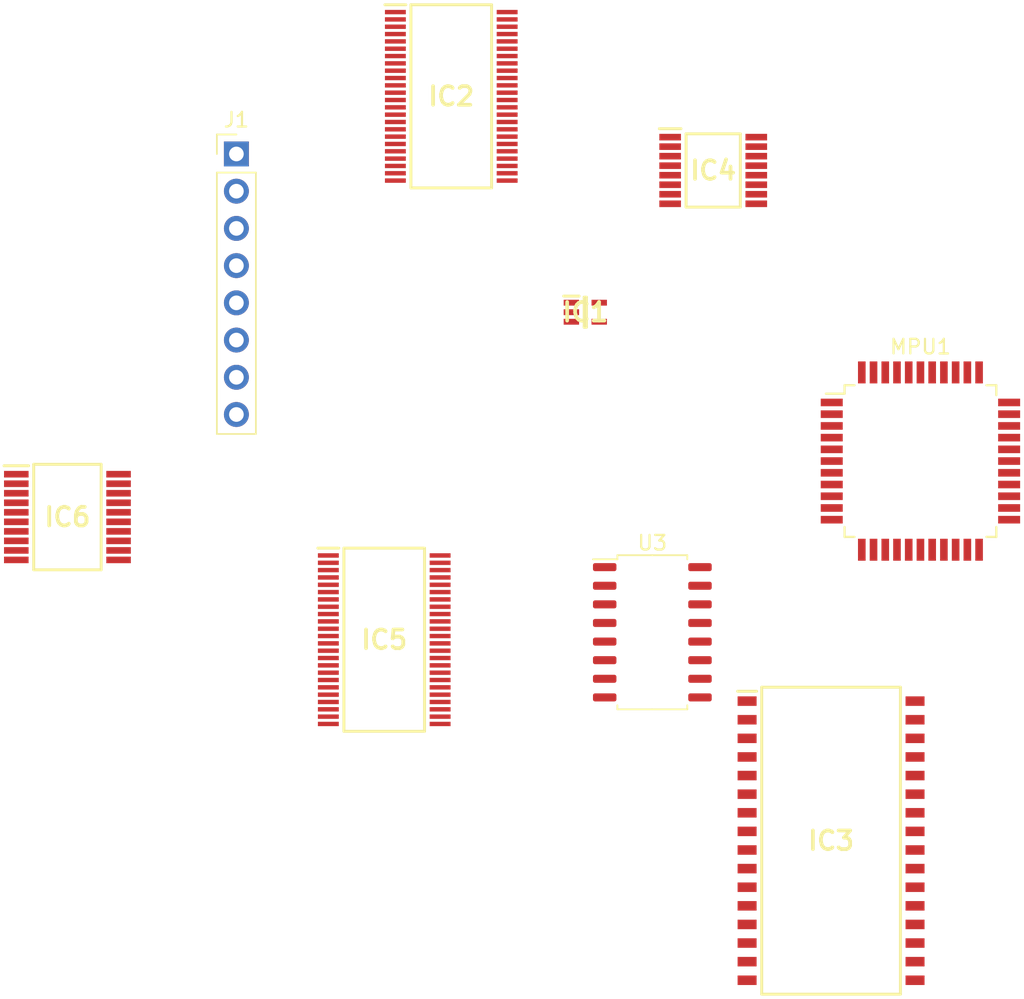
<source format=kicad_pcb>
(kicad_pcb (version 20171130) (host pcbnew "(5.1.10)-1")

  (general
    (thickness 1.6)
    (drawings 0)
    (tracks 0)
    (zones 0)
    (modules 9)
    (nets 229)
  )

  (page A4)
  (layers
    (0 F.Cu signal)
    (31 B.Cu signal hide)
    (32 B.Adhes user)
    (33 F.Adhes user)
    (34 B.Paste user)
    (35 F.Paste user)
    (36 B.SilkS user hide)
    (37 F.SilkS user hide)
    (38 B.Mask user)
    (39 F.Mask user hide)
    (40 Dwgs.User user)
    (41 Cmts.User user)
    (42 Eco1.User user)
    (43 Eco2.User user)
    (44 Edge.Cuts user)
    (45 Margin user)
    (46 B.CrtYd user)
    (47 F.CrtYd user)
    (48 B.Fab user)
    (49 F.Fab user)
  )

  (setup
    (last_trace_width 0.25)
    (trace_clearance 0.2)
    (zone_clearance 0.508)
    (zone_45_only no)
    (trace_min 0.2)
    (via_size 0.8)
    (via_drill 0.4)
    (via_min_size 0.4)
    (via_min_drill 0.3)
    (uvia_size 0.3)
    (uvia_drill 0.1)
    (uvias_allowed no)
    (uvia_min_size 0.2)
    (uvia_min_drill 0.1)
    (edge_width 0.05)
    (segment_width 0.2)
    (pcb_text_width 0.3)
    (pcb_text_size 1.5 1.5)
    (mod_edge_width 0.12)
    (mod_text_size 1 1)
    (mod_text_width 0.15)
    (pad_size 1.524 1.524)
    (pad_drill 0.762)
    (pad_to_mask_clearance 0)
    (aux_axis_origin 0 0)
    (visible_elements 7FFFFFFF)
    (pcbplotparams
      (layerselection 0x010fc_ffffffff)
      (usegerberextensions false)
      (usegerberattributes true)
      (usegerberadvancedattributes true)
      (creategerberjobfile true)
      (excludeedgelayer true)
      (linewidth 0.100000)
      (plotframeref false)
      (viasonmask false)
      (mode 1)
      (useauxorigin false)
      (hpglpennumber 1)
      (hpglpenspeed 20)
      (hpglpendiameter 15.000000)
      (psnegative false)
      (psa4output false)
      (plotreference true)
      (plotvalue true)
      (plotinvisibletext false)
      (padsonsilk false)
      (subtractmaskfromsilk false)
      (outputformat 1)
      (mirror false)
      (drillshape 1)
      (scaleselection 1)
      (outputdirectory ""))
  )

  (net 0 "")
  (net 1 "Net-(IC1-Pad5)")
  (net 2 "Net-(IC1-Pad4)")
  (net 3 "Net-(IC1-Pad3)")
  (net 4 "Net-(IC1-Pad2)")
  (net 5 "Net-(IC1-Pad1)")
  (net 6 "Net-(IC2-Pad48)")
  (net 7 "Net-(IC2-Pad47)")
  (net 8 "Net-(IC2-Pad46)")
  (net 9 "Net-(IC2-Pad45)")
  (net 10 "Net-(IC2-Pad44)")
  (net 11 "Net-(IC2-Pad43)")
  (net 12 "Net-(IC2-Pad42)")
  (net 13 "Net-(IC2-Pad41)")
  (net 14 "Net-(IC2-Pad40)")
  (net 15 "Net-(IC2-Pad39)")
  (net 16 "Net-(IC2-Pad38)")
  (net 17 "Net-(IC2-Pad37)")
  (net 18 "Net-(IC2-Pad36)")
  (net 19 "Net-(IC2-Pad35)")
  (net 20 "Net-(IC2-Pad34)")
  (net 21 "Net-(IC2-Pad33)")
  (net 22 "Net-(IC2-Pad32)")
  (net 23 "Net-(IC2-Pad31)")
  (net 24 "Net-(IC2-Pad30)")
  (net 25 "Net-(IC2-Pad29)")
  (net 26 "Net-(IC2-Pad28)")
  (net 27 "Net-(IC2-Pad27)")
  (net 28 "Net-(IC2-Pad26)")
  (net 29 "Net-(IC2-Pad25)")
  (net 30 "Net-(IC2-Pad24)")
  (net 31 "Net-(IC2-Pad23)")
  (net 32 "Net-(IC2-Pad22)")
  (net 33 "Net-(IC2-Pad21)")
  (net 34 "Net-(IC2-Pad20)")
  (net 35 "Net-(IC2-Pad19)")
  (net 36 "Net-(IC2-Pad18)")
  (net 37 "Net-(IC2-Pad17)")
  (net 38 "Net-(IC2-Pad16)")
  (net 39 "Net-(IC2-Pad15)")
  (net 40 "Net-(IC2-Pad14)")
  (net 41 "Net-(IC2-Pad13)")
  (net 42 "Net-(IC2-Pad12)")
  (net 43 "Net-(IC2-Pad11)")
  (net 44 "Net-(IC2-Pad10)")
  (net 45 "Net-(IC2-Pad9)")
  (net 46 "Net-(IC2-Pad8)")
  (net 47 "Net-(IC2-Pad7)")
  (net 48 "Net-(IC2-Pad6)")
  (net 49 "Net-(IC2-Pad5)")
  (net 50 "Net-(IC2-Pad4)")
  (net 51 "Net-(IC2-Pad3)")
  (net 52 "Net-(IC2-Pad2)")
  (net 53 "Net-(IC2-Pad1)")
  (net 54 "Net-(IC3-Pad32)")
  (net 55 "Net-(IC3-Pad31)")
  (net 56 "Net-(IC3-Pad30)")
  (net 57 "Net-(IC3-Pad29)")
  (net 58 "Net-(IC3-Pad28)")
  (net 59 "Net-(IC3-Pad27)")
  (net 60 "Net-(IC3-Pad26)")
  (net 61 "Net-(IC3-Pad25)")
  (net 62 "Net-(IC3-Pad24)")
  (net 63 "Net-(IC3-Pad23)")
  (net 64 "Net-(IC3-Pad22)")
  (net 65 "Net-(IC3-Pad21)")
  (net 66 "Net-(IC3-Pad20)")
  (net 67 "Net-(IC3-Pad19)")
  (net 68 "Net-(IC3-Pad18)")
  (net 69 "Net-(IC3-Pad17)")
  (net 70 "Net-(IC3-Pad16)")
  (net 71 "Net-(IC3-Pad15)")
  (net 72 "Net-(IC3-Pad14)")
  (net 73 "Net-(IC3-Pad13)")
  (net 74 "Net-(IC3-Pad12)")
  (net 75 "Net-(IC3-Pad11)")
  (net 76 "Net-(IC3-Pad10)")
  (net 77 "Net-(IC3-Pad9)")
  (net 78 "Net-(IC3-Pad8)")
  (net 79 "Net-(IC3-Pad7)")
  (net 80 "Net-(IC3-Pad6)")
  (net 81 "Net-(IC3-Pad5)")
  (net 82 "Net-(IC3-Pad4)")
  (net 83 "Net-(IC3-Pad3)")
  (net 84 "Net-(IC3-Pad2)")
  (net 85 "Net-(IC3-Pad1)")
  (net 86 "Net-(IC4-Pad16)")
  (net 87 "Net-(IC4-Pad15)")
  (net 88 "Net-(IC4-Pad14)")
  (net 89 "Net-(IC4-Pad13)")
  (net 90 "Net-(IC4-Pad12)")
  (net 91 "Net-(IC4-Pad11)")
  (net 92 "Net-(IC4-Pad10)")
  (net 93 "Net-(IC4-Pad9)")
  (net 94 "Net-(IC4-Pad8)")
  (net 95 "Net-(IC4-Pad7)")
  (net 96 "Net-(IC4-Pad6)")
  (net 97 "Net-(IC4-Pad5)")
  (net 98 "Net-(IC4-Pad4)")
  (net 99 "Net-(IC4-Pad3)")
  (net 100 "Net-(IC4-Pad2)")
  (net 101 "Net-(IC4-Pad1)")
  (net 102 "Net-(IC5-Pad48)")
  (net 103 "Net-(IC5-Pad47)")
  (net 104 "Net-(IC5-Pad46)")
  (net 105 "Net-(IC5-Pad45)")
  (net 106 "Net-(IC5-Pad44)")
  (net 107 "Net-(IC5-Pad43)")
  (net 108 "Net-(IC5-Pad42)")
  (net 109 "Net-(IC5-Pad41)")
  (net 110 "Net-(IC5-Pad40)")
  (net 111 "Net-(IC5-Pad39)")
  (net 112 "Net-(IC5-Pad38)")
  (net 113 "Net-(IC5-Pad37)")
  (net 114 "Net-(IC5-Pad36)")
  (net 115 "Net-(IC5-Pad35)")
  (net 116 "Net-(IC5-Pad34)")
  (net 117 "Net-(IC5-Pad33)")
  (net 118 "Net-(IC5-Pad32)")
  (net 119 "Net-(IC5-Pad31)")
  (net 120 "Net-(IC5-Pad30)")
  (net 121 "Net-(IC5-Pad29)")
  (net 122 "Net-(IC5-Pad28)")
  (net 123 "Net-(IC5-Pad27)")
  (net 124 "Net-(IC5-Pad26)")
  (net 125 "Net-(IC5-Pad25)")
  (net 126 "Net-(IC5-Pad24)")
  (net 127 "Net-(IC5-Pad23)")
  (net 128 "Net-(IC5-Pad22)")
  (net 129 "Net-(IC5-Pad21)")
  (net 130 "Net-(IC5-Pad20)")
  (net 131 "Net-(IC5-Pad19)")
  (net 132 "Net-(IC5-Pad18)")
  (net 133 "Net-(IC5-Pad17)")
  (net 134 "Net-(IC5-Pad16)")
  (net 135 "Net-(IC5-Pad15)")
  (net 136 "Net-(IC5-Pad14)")
  (net 137 "Net-(IC5-Pad13)")
  (net 138 "Net-(IC5-Pad12)")
  (net 139 "Net-(IC5-Pad11)")
  (net 140 "Net-(IC5-Pad10)")
  (net 141 "Net-(IC5-Pad9)")
  (net 142 "Net-(IC5-Pad8)")
  (net 143 "Net-(IC5-Pad7)")
  (net 144 "Net-(IC5-Pad6)")
  (net 145 "Net-(IC5-Pad5)")
  (net 146 "Net-(IC5-Pad4)")
  (net 147 "Net-(IC5-Pad3)")
  (net 148 "Net-(IC5-Pad2)")
  (net 149 "Net-(IC5-Pad1)")
  (net 150 "Net-(IC6-Pad20)")
  (net 151 "Net-(IC6-Pad19)")
  (net 152 "Net-(IC6-Pad18)")
  (net 153 "Net-(IC6-Pad17)")
  (net 154 "Net-(IC6-Pad16)")
  (net 155 "Net-(IC6-Pad15)")
  (net 156 "Net-(IC6-Pad14)")
  (net 157 "Net-(IC6-Pad13)")
  (net 158 "Net-(IC6-Pad12)")
  (net 159 "Net-(IC6-Pad11)")
  (net 160 "Net-(IC6-Pad10)")
  (net 161 "Net-(IC6-Pad9)")
  (net 162 "Net-(IC6-Pad8)")
  (net 163 "Net-(IC6-Pad7)")
  (net 164 "Net-(IC6-Pad6)")
  (net 165 "Net-(IC6-Pad5)")
  (net 166 "Net-(IC6-Pad4)")
  (net 167 "Net-(IC6-Pad3)")
  (net 168 "Net-(IC6-Pad2)")
  (net 169 "Net-(IC6-Pad1)")
  (net 170 "Net-(J1-Pad8)")
  (net 171 "Net-(J1-Pad7)")
  (net 172 "Net-(J1-Pad6)")
  (net 173 "Net-(J1-Pad5)")
  (net 174 "Net-(J1-Pad4)")
  (net 175 "Net-(J1-Pad3)")
  (net 176 "Net-(J1-Pad2)")
  (net 177 "Net-(J1-Pad1)")
  (net 178 "Net-(MPU1-Pad44)")
  (net 179 "Net-(MPU1-Pad43)")
  (net 180 "Net-(MPU1-Pad42)")
  (net 181 "Net-(MPU1-Pad41)")
  (net 182 "Net-(MPU1-Pad40)")
  (net 183 "Net-(MPU1-Pad39)")
  (net 184 "Net-(MPU1-Pad38)")
  (net 185 "Net-(MPU1-Pad37)")
  (net 186 "Net-(MPU1-Pad36)")
  (net 187 "Net-(MPU1-Pad35)")
  (net 188 "Net-(MPU1-Pad34)")
  (net 189 "Net-(MPU1-Pad33)")
  (net 190 "Net-(MPU1-Pad32)")
  (net 191 "Net-(MPU1-Pad31)")
  (net 192 /A16)
  (net 193 /A17)
  (net 194 /A18)
  (net 195 /A19)
  (net 196 /A20)
  (net 197 /A21)
  (net 198 /A22)
  (net 199 /A23)
  (net 200 /A15)
  (net 201 /A14)
  (net 202 /A13)
  (net 203 /A12)
  (net 204 "Net-(MPU1-Pad18)")
  (net 205 "Net-(MPU1-Pad17)")
  (net 206 /A11)
  (net 207 /A10)
  (net 208 /A9)
  (net 209 /A8)
  (net 210 /A7)
  (net 211 /A6)
  (net 212 /A5)
  (net 213 /A4)
  (net 214 /A3)
  (net 215 /A2)
  (net 216 "Net-(MPU1-Pad6)")
  (net 217 /A1)
  (net 218 /A0)
  (net 219 "Net-(MPU1-Pad3)")
  (net 220 "Net-(MPU1-Pad2)")
  (net 221 "Net-(MPU1-Pad1)")
  (net 222 /VCC)
  (net 223 "Net-(U3-Pad15)")
  (net 224 "Net-(U3-Pad14)")
  (net 225 "Net-(U3-Pad9)")
  (net 226 /GND)
  (net 227 "Net-(U3-Pad7)")
  (net 228 "Net-(U3-Pad6)")

  (net_class Default "This is the default net class."
    (clearance 0.2)
    (trace_width 0.25)
    (via_dia 0.8)
    (via_drill 0.4)
    (uvia_dia 0.3)
    (uvia_drill 0.1)
    (add_net /A0)
    (add_net /A1)
    (add_net /A10)
    (add_net /A11)
    (add_net /A12)
    (add_net /A13)
    (add_net /A14)
    (add_net /A15)
    (add_net /A16)
    (add_net /A17)
    (add_net /A18)
    (add_net /A19)
    (add_net /A2)
    (add_net /A20)
    (add_net /A21)
    (add_net /A22)
    (add_net /A23)
    (add_net /A3)
    (add_net /A4)
    (add_net /A5)
    (add_net /A6)
    (add_net /A7)
    (add_net /A8)
    (add_net /A9)
    (add_net /GND)
    (add_net /VCC)
    (add_net "Net-(IC1-Pad1)")
    (add_net "Net-(IC1-Pad2)")
    (add_net "Net-(IC1-Pad3)")
    (add_net "Net-(IC1-Pad4)")
    (add_net "Net-(IC1-Pad5)")
    (add_net "Net-(IC2-Pad1)")
    (add_net "Net-(IC2-Pad10)")
    (add_net "Net-(IC2-Pad11)")
    (add_net "Net-(IC2-Pad12)")
    (add_net "Net-(IC2-Pad13)")
    (add_net "Net-(IC2-Pad14)")
    (add_net "Net-(IC2-Pad15)")
    (add_net "Net-(IC2-Pad16)")
    (add_net "Net-(IC2-Pad17)")
    (add_net "Net-(IC2-Pad18)")
    (add_net "Net-(IC2-Pad19)")
    (add_net "Net-(IC2-Pad2)")
    (add_net "Net-(IC2-Pad20)")
    (add_net "Net-(IC2-Pad21)")
    (add_net "Net-(IC2-Pad22)")
    (add_net "Net-(IC2-Pad23)")
    (add_net "Net-(IC2-Pad24)")
    (add_net "Net-(IC2-Pad25)")
    (add_net "Net-(IC2-Pad26)")
    (add_net "Net-(IC2-Pad27)")
    (add_net "Net-(IC2-Pad28)")
    (add_net "Net-(IC2-Pad29)")
    (add_net "Net-(IC2-Pad3)")
    (add_net "Net-(IC2-Pad30)")
    (add_net "Net-(IC2-Pad31)")
    (add_net "Net-(IC2-Pad32)")
    (add_net "Net-(IC2-Pad33)")
    (add_net "Net-(IC2-Pad34)")
    (add_net "Net-(IC2-Pad35)")
    (add_net "Net-(IC2-Pad36)")
    (add_net "Net-(IC2-Pad37)")
    (add_net "Net-(IC2-Pad38)")
    (add_net "Net-(IC2-Pad39)")
    (add_net "Net-(IC2-Pad4)")
    (add_net "Net-(IC2-Pad40)")
    (add_net "Net-(IC2-Pad41)")
    (add_net "Net-(IC2-Pad42)")
    (add_net "Net-(IC2-Pad43)")
    (add_net "Net-(IC2-Pad44)")
    (add_net "Net-(IC2-Pad45)")
    (add_net "Net-(IC2-Pad46)")
    (add_net "Net-(IC2-Pad47)")
    (add_net "Net-(IC2-Pad48)")
    (add_net "Net-(IC2-Pad5)")
    (add_net "Net-(IC2-Pad6)")
    (add_net "Net-(IC2-Pad7)")
    (add_net "Net-(IC2-Pad8)")
    (add_net "Net-(IC2-Pad9)")
    (add_net "Net-(IC3-Pad1)")
    (add_net "Net-(IC3-Pad10)")
    (add_net "Net-(IC3-Pad11)")
    (add_net "Net-(IC3-Pad12)")
    (add_net "Net-(IC3-Pad13)")
    (add_net "Net-(IC3-Pad14)")
    (add_net "Net-(IC3-Pad15)")
    (add_net "Net-(IC3-Pad16)")
    (add_net "Net-(IC3-Pad17)")
    (add_net "Net-(IC3-Pad18)")
    (add_net "Net-(IC3-Pad19)")
    (add_net "Net-(IC3-Pad2)")
    (add_net "Net-(IC3-Pad20)")
    (add_net "Net-(IC3-Pad21)")
    (add_net "Net-(IC3-Pad22)")
    (add_net "Net-(IC3-Pad23)")
    (add_net "Net-(IC3-Pad24)")
    (add_net "Net-(IC3-Pad25)")
    (add_net "Net-(IC3-Pad26)")
    (add_net "Net-(IC3-Pad27)")
    (add_net "Net-(IC3-Pad28)")
    (add_net "Net-(IC3-Pad29)")
    (add_net "Net-(IC3-Pad3)")
    (add_net "Net-(IC3-Pad30)")
    (add_net "Net-(IC3-Pad31)")
    (add_net "Net-(IC3-Pad32)")
    (add_net "Net-(IC3-Pad4)")
    (add_net "Net-(IC3-Pad5)")
    (add_net "Net-(IC3-Pad6)")
    (add_net "Net-(IC3-Pad7)")
    (add_net "Net-(IC3-Pad8)")
    (add_net "Net-(IC3-Pad9)")
    (add_net "Net-(IC4-Pad1)")
    (add_net "Net-(IC4-Pad10)")
    (add_net "Net-(IC4-Pad11)")
    (add_net "Net-(IC4-Pad12)")
    (add_net "Net-(IC4-Pad13)")
    (add_net "Net-(IC4-Pad14)")
    (add_net "Net-(IC4-Pad15)")
    (add_net "Net-(IC4-Pad16)")
    (add_net "Net-(IC4-Pad2)")
    (add_net "Net-(IC4-Pad3)")
    (add_net "Net-(IC4-Pad4)")
    (add_net "Net-(IC4-Pad5)")
    (add_net "Net-(IC4-Pad6)")
    (add_net "Net-(IC4-Pad7)")
    (add_net "Net-(IC4-Pad8)")
    (add_net "Net-(IC4-Pad9)")
    (add_net "Net-(IC5-Pad1)")
    (add_net "Net-(IC5-Pad10)")
    (add_net "Net-(IC5-Pad11)")
    (add_net "Net-(IC5-Pad12)")
    (add_net "Net-(IC5-Pad13)")
    (add_net "Net-(IC5-Pad14)")
    (add_net "Net-(IC5-Pad15)")
    (add_net "Net-(IC5-Pad16)")
    (add_net "Net-(IC5-Pad17)")
    (add_net "Net-(IC5-Pad18)")
    (add_net "Net-(IC5-Pad19)")
    (add_net "Net-(IC5-Pad2)")
    (add_net "Net-(IC5-Pad20)")
    (add_net "Net-(IC5-Pad21)")
    (add_net "Net-(IC5-Pad22)")
    (add_net "Net-(IC5-Pad23)")
    (add_net "Net-(IC5-Pad24)")
    (add_net "Net-(IC5-Pad25)")
    (add_net "Net-(IC5-Pad26)")
    (add_net "Net-(IC5-Pad27)")
    (add_net "Net-(IC5-Pad28)")
    (add_net "Net-(IC5-Pad29)")
    (add_net "Net-(IC5-Pad3)")
    (add_net "Net-(IC5-Pad30)")
    (add_net "Net-(IC5-Pad31)")
    (add_net "Net-(IC5-Pad32)")
    (add_net "Net-(IC5-Pad33)")
    (add_net "Net-(IC5-Pad34)")
    (add_net "Net-(IC5-Pad35)")
    (add_net "Net-(IC5-Pad36)")
    (add_net "Net-(IC5-Pad37)")
    (add_net "Net-(IC5-Pad38)")
    (add_net "Net-(IC5-Pad39)")
    (add_net "Net-(IC5-Pad4)")
    (add_net "Net-(IC5-Pad40)")
    (add_net "Net-(IC5-Pad41)")
    (add_net "Net-(IC5-Pad42)")
    (add_net "Net-(IC5-Pad43)")
    (add_net "Net-(IC5-Pad44)")
    (add_net "Net-(IC5-Pad45)")
    (add_net "Net-(IC5-Pad46)")
    (add_net "Net-(IC5-Pad47)")
    (add_net "Net-(IC5-Pad48)")
    (add_net "Net-(IC5-Pad5)")
    (add_net "Net-(IC5-Pad6)")
    (add_net "Net-(IC5-Pad7)")
    (add_net "Net-(IC5-Pad8)")
    (add_net "Net-(IC5-Pad9)")
    (add_net "Net-(IC6-Pad1)")
    (add_net "Net-(IC6-Pad10)")
    (add_net "Net-(IC6-Pad11)")
    (add_net "Net-(IC6-Pad12)")
    (add_net "Net-(IC6-Pad13)")
    (add_net "Net-(IC6-Pad14)")
    (add_net "Net-(IC6-Pad15)")
    (add_net "Net-(IC6-Pad16)")
    (add_net "Net-(IC6-Pad17)")
    (add_net "Net-(IC6-Pad18)")
    (add_net "Net-(IC6-Pad19)")
    (add_net "Net-(IC6-Pad2)")
    (add_net "Net-(IC6-Pad20)")
    (add_net "Net-(IC6-Pad3)")
    (add_net "Net-(IC6-Pad4)")
    (add_net "Net-(IC6-Pad5)")
    (add_net "Net-(IC6-Pad6)")
    (add_net "Net-(IC6-Pad7)")
    (add_net "Net-(IC6-Pad8)")
    (add_net "Net-(IC6-Pad9)")
    (add_net "Net-(J1-Pad1)")
    (add_net "Net-(J1-Pad2)")
    (add_net "Net-(J1-Pad3)")
    (add_net "Net-(J1-Pad4)")
    (add_net "Net-(J1-Pad5)")
    (add_net "Net-(J1-Pad6)")
    (add_net "Net-(J1-Pad7)")
    (add_net "Net-(J1-Pad8)")
    (add_net "Net-(MPU1-Pad1)")
    (add_net "Net-(MPU1-Pad17)")
    (add_net "Net-(MPU1-Pad18)")
    (add_net "Net-(MPU1-Pad2)")
    (add_net "Net-(MPU1-Pad3)")
    (add_net "Net-(MPU1-Pad31)")
    (add_net "Net-(MPU1-Pad32)")
    (add_net "Net-(MPU1-Pad33)")
    (add_net "Net-(MPU1-Pad34)")
    (add_net "Net-(MPU1-Pad35)")
    (add_net "Net-(MPU1-Pad36)")
    (add_net "Net-(MPU1-Pad37)")
    (add_net "Net-(MPU1-Pad38)")
    (add_net "Net-(MPU1-Pad39)")
    (add_net "Net-(MPU1-Pad40)")
    (add_net "Net-(MPU1-Pad41)")
    (add_net "Net-(MPU1-Pad42)")
    (add_net "Net-(MPU1-Pad43)")
    (add_net "Net-(MPU1-Pad44)")
    (add_net "Net-(MPU1-Pad6)")
    (add_net "Net-(U3-Pad14)")
    (add_net "Net-(U3-Pad15)")
    (add_net "Net-(U3-Pad6)")
    (add_net "Net-(U3-Pad7)")
    (add_net "Net-(U3-Pad9)")
  )

  (module Package_SO:SOIC-16_4.55x10.3mm_P1.27mm (layer F.Cu) (tedit 5D9F72B1) (tstamp 61303A98)
    (at 179.324 98.552)
    (descr "SOIC, 16 Pin (https://toshiba.semicon-storage.com/info/docget.jsp?did=12858&prodName=TLP291-4), generated with kicad-footprint-generator ipc_gullwing_generator.py")
    (tags "SOIC SO")
    (path /6106D306)
    (attr smd)
    (fp_text reference U3 (at 0 -6.1) (layer F.SilkS)
      (effects (font (size 1 1) (thickness 0.15)))
    )
    (fp_text value 74LS148 (at 0 6.1) (layer F.Fab)
      (effects (font (size 1 1) (thickness 0.15)))
    )
    (fp_line (start 4.3 -5.4) (end -4.3 -5.4) (layer F.CrtYd) (width 0.05))
    (fp_line (start 4.3 5.4) (end 4.3 -5.4) (layer F.CrtYd) (width 0.05))
    (fp_line (start -4.3 5.4) (end 4.3 5.4) (layer F.CrtYd) (width 0.05))
    (fp_line (start -4.3 -5.4) (end -4.3 5.4) (layer F.CrtYd) (width 0.05))
    (fp_line (start -2.275 -4.15) (end -1.275 -5.15) (layer F.Fab) (width 0.1))
    (fp_line (start -2.275 5.15) (end -2.275 -4.15) (layer F.Fab) (width 0.1))
    (fp_line (start 2.275 5.15) (end -2.275 5.15) (layer F.Fab) (width 0.1))
    (fp_line (start 2.275 -5.15) (end 2.275 5.15) (layer F.Fab) (width 0.1))
    (fp_line (start -1.275 -5.15) (end 2.275 -5.15) (layer F.Fab) (width 0.1))
    (fp_line (start -2.385 -4.98) (end -4.05 -4.98) (layer F.SilkS) (width 0.12))
    (fp_line (start -2.385 -5.26) (end -2.385 -4.98) (layer F.SilkS) (width 0.12))
    (fp_line (start 0 -5.26) (end -2.385 -5.26) (layer F.SilkS) (width 0.12))
    (fp_line (start 2.385 -5.26) (end 2.385 -4.98) (layer F.SilkS) (width 0.12))
    (fp_line (start 0 -5.26) (end 2.385 -5.26) (layer F.SilkS) (width 0.12))
    (fp_line (start -2.385 5.26) (end -2.385 4.98) (layer F.SilkS) (width 0.12))
    (fp_line (start 0 5.26) (end -2.385 5.26) (layer F.SilkS) (width 0.12))
    (fp_line (start 2.385 5.26) (end 2.385 4.98) (layer F.SilkS) (width 0.12))
    (fp_line (start 0 5.26) (end 2.385 5.26) (layer F.SilkS) (width 0.12))
    (fp_text user %R (at 0 0) (layer F.Fab)
      (effects (font (size 1 1) (thickness 0.15)))
    )
    (pad 16 smd roundrect (at 3.25 -4.445) (size 1.6 0.55) (layers F.Cu F.Paste F.Mask) (roundrect_rratio 0.25)
      (net 222 /VCC))
    (pad 15 smd roundrect (at 3.25 -3.175) (size 1.6 0.55) (layers F.Cu F.Paste F.Mask) (roundrect_rratio 0.25)
      (net 223 "Net-(U3-Pad15)"))
    (pad 14 smd roundrect (at 3.25 -1.905) (size 1.6 0.55) (layers F.Cu F.Paste F.Mask) (roundrect_rratio 0.25)
      (net 224 "Net-(U3-Pad14)"))
    (pad 13 smd roundrect (at 3.25 -0.635) (size 1.6 0.55) (layers F.Cu F.Paste F.Mask) (roundrect_rratio 0.25)
      (net 174 "Net-(J1-Pad4)"))
    (pad 12 smd roundrect (at 3.25 0.635) (size 1.6 0.55) (layers F.Cu F.Paste F.Mask) (roundrect_rratio 0.25)
      (net 175 "Net-(J1-Pad3)"))
    (pad 11 smd roundrect (at 3.25 1.905) (size 1.6 0.55) (layers F.Cu F.Paste F.Mask) (roundrect_rratio 0.25)
      (net 176 "Net-(J1-Pad2)"))
    (pad 10 smd roundrect (at 3.25 3.175) (size 1.6 0.55) (layers F.Cu F.Paste F.Mask) (roundrect_rratio 0.25)
      (net 177 "Net-(J1-Pad1)"))
    (pad 9 smd roundrect (at 3.25 4.445) (size 1.6 0.55) (layers F.Cu F.Paste F.Mask) (roundrect_rratio 0.25)
      (net 225 "Net-(U3-Pad9)"))
    (pad 8 smd roundrect (at -3.25 4.445) (size 1.6 0.55) (layers F.Cu F.Paste F.Mask) (roundrect_rratio 0.25)
      (net 226 /GND))
    (pad 7 smd roundrect (at -3.25 3.175) (size 1.6 0.55) (layers F.Cu F.Paste F.Mask) (roundrect_rratio 0.25)
      (net 227 "Net-(U3-Pad7)"))
    (pad 6 smd roundrect (at -3.25 1.905) (size 1.6 0.55) (layers F.Cu F.Paste F.Mask) (roundrect_rratio 0.25)
      (net 228 "Net-(U3-Pad6)"))
    (pad 5 smd roundrect (at -3.25 0.635) (size 1.6 0.55) (layers F.Cu F.Paste F.Mask) (roundrect_rratio 0.25)
      (net 226 /GND))
    (pad 4 smd roundrect (at -3.25 -0.635) (size 1.6 0.55) (layers F.Cu F.Paste F.Mask) (roundrect_rratio 0.25)
      (net 170 "Net-(J1-Pad8)"))
    (pad 3 smd roundrect (at -3.25 -1.905) (size 1.6 0.55) (layers F.Cu F.Paste F.Mask) (roundrect_rratio 0.25)
      (net 171 "Net-(J1-Pad7)"))
    (pad 2 smd roundrect (at -3.25 -3.175) (size 1.6 0.55) (layers F.Cu F.Paste F.Mask) (roundrect_rratio 0.25)
      (net 172 "Net-(J1-Pad6)"))
    (pad 1 smd roundrect (at -3.25 -4.445) (size 1.6 0.55) (layers F.Cu F.Paste F.Mask) (roundrect_rratio 0.25)
      (net 173 "Net-(J1-Pad5)"))
    (model ${KISYS3DMOD}/Package_SO.3dshapes/SOIC-16_4.55x10.3mm_P1.27mm.wrl
      (at (xyz 0 0 0))
      (scale (xyz 1 1 1))
      (rotate (xyz 0 0 0))
    )
  )

  (module Package_QFP:PQFP-44_10x10mm_P0.8mm (layer F.Cu) (tedit 5A02F146) (tstamp 61303A71)
    (at 197.612 86.868)
    (descr "44-Lead Plastic Quad Flatpack - 10x10x2.5mm Body (http://www.onsemi.com/pub/Collateral/122BK.PDF)")
    (tags "PQFP 0.8")
    (path /610688E3)
    (attr smd)
    (fp_text reference MPU1 (at 0 -7.8) (layer F.SilkS)
      (effects (font (size 1 1) (thickness 0.15)))
    )
    (fp_text value W65C816SxQ (at 0 7.8) (layer F.Fab)
      (effects (font (size 1 1) (thickness 0.15)))
    )
    (fp_line (start -5.175 -4.6) (end -6.45 -4.6) (layer F.SilkS) (width 0.15))
    (fp_line (start 5.175 -5.175) (end 4.5 -5.175) (layer F.SilkS) (width 0.15))
    (fp_line (start 5.175 5.175) (end 4.5 5.175) (layer F.SilkS) (width 0.15))
    (fp_line (start -5.175 5.175) (end -4.5 5.175) (layer F.SilkS) (width 0.15))
    (fp_line (start -5.175 -5.175) (end -4.5 -5.175) (layer F.SilkS) (width 0.15))
    (fp_line (start -5.175 5.175) (end -5.175 4.5) (layer F.SilkS) (width 0.15))
    (fp_line (start 5.175 5.175) (end 5.175 4.5) (layer F.SilkS) (width 0.15))
    (fp_line (start 5.175 -5.175) (end 5.175 -4.5) (layer F.SilkS) (width 0.15))
    (fp_line (start -5.175 -5.175) (end -5.175 -4.6) (layer F.SilkS) (width 0.15))
    (fp_line (start -7.05 7.05) (end 7.05 7.05) (layer F.CrtYd) (width 0.05))
    (fp_line (start -7.05 -7.05) (end 7.05 -7.05) (layer F.CrtYd) (width 0.05))
    (fp_line (start 7.05 -7.05) (end 7.05 7.05) (layer F.CrtYd) (width 0.05))
    (fp_line (start -7.05 -7.05) (end -7.05 7.05) (layer F.CrtYd) (width 0.05))
    (fp_line (start -5 -4) (end -4 -5) (layer F.Fab) (width 0.15))
    (fp_line (start -5 5) (end -5 -4) (layer F.Fab) (width 0.15))
    (fp_line (start 5 5) (end -5 5) (layer F.Fab) (width 0.15))
    (fp_line (start 5 -5) (end 5 5) (layer F.Fab) (width 0.15))
    (fp_line (start -4 -5) (end 5 -5) (layer F.Fab) (width 0.15))
    (fp_text user %R (at 0 0) (layer F.Fab)
      (effects (font (size 1 1) (thickness 0.15)))
    )
    (pad 44 smd rect (at -4 -6.05) (size 0.52 1.5) (layers F.Cu F.Paste F.Mask)
      (net 178 "Net-(MPU1-Pad44)"))
    (pad 43 smd rect (at -3.2 -6.05) (size 0.52 1.5) (layers F.Cu F.Paste F.Mask)
      (net 179 "Net-(MPU1-Pad43)"))
    (pad 42 smd rect (at -2.4 -6.05) (size 0.52 1.5) (layers F.Cu F.Paste F.Mask)
      (net 180 "Net-(MPU1-Pad42)"))
    (pad 41 smd rect (at -1.6 -6.05) (size 0.52 1.5) (layers F.Cu F.Paste F.Mask)
      (net 181 "Net-(MPU1-Pad41)"))
    (pad 40 smd rect (at -0.8 -6.05) (size 0.52 1.5) (layers F.Cu F.Paste F.Mask)
      (net 182 "Net-(MPU1-Pad40)"))
    (pad 39 smd rect (at 0 -6.05) (size 0.52 1.5) (layers F.Cu F.Paste F.Mask)
      (net 183 "Net-(MPU1-Pad39)"))
    (pad 38 smd rect (at 0.8 -6.05) (size 0.52 1.5) (layers F.Cu F.Paste F.Mask)
      (net 184 "Net-(MPU1-Pad38)"))
    (pad 37 smd rect (at 1.6 -6.05) (size 0.52 1.5) (layers F.Cu F.Paste F.Mask)
      (net 185 "Net-(MPU1-Pad37)"))
    (pad 36 smd rect (at 2.4 -6.05) (size 0.52 1.5) (layers F.Cu F.Paste F.Mask)
      (net 186 "Net-(MPU1-Pad36)"))
    (pad 35 smd rect (at 3.2 -6.05) (size 0.52 1.5) (layers F.Cu F.Paste F.Mask)
      (net 187 "Net-(MPU1-Pad35)"))
    (pad 34 smd rect (at 4 -6.05) (size 0.52 1.5) (layers F.Cu F.Paste F.Mask)
      (net 188 "Net-(MPU1-Pad34)"))
    (pad 33 smd rect (at 6.05 -4) (size 1.5 0.52) (layers F.Cu F.Paste F.Mask)
      (net 189 "Net-(MPU1-Pad33)"))
    (pad 32 smd rect (at 6.05 -3.2) (size 1.5 0.52) (layers F.Cu F.Paste F.Mask)
      (net 190 "Net-(MPU1-Pad32)"))
    (pad 31 smd rect (at 6.05 -2.4) (size 1.5 0.52) (layers F.Cu F.Paste F.Mask)
      (net 191 "Net-(MPU1-Pad31)"))
    (pad 30 smd rect (at 6.05 -1.6) (size 1.5 0.52) (layers F.Cu F.Paste F.Mask)
      (net 192 /A16))
    (pad 29 smd rect (at 6.05 -0.8) (size 1.5 0.52) (layers F.Cu F.Paste F.Mask)
      (net 193 /A17))
    (pad 28 smd rect (at 6.05 0) (size 1.5 0.52) (layers F.Cu F.Paste F.Mask)
      (net 194 /A18))
    (pad 27 smd rect (at 6.05 0.8) (size 1.5 0.52) (layers F.Cu F.Paste F.Mask)
      (net 195 /A19))
    (pad 26 smd rect (at 6.05 1.6) (size 1.5 0.52) (layers F.Cu F.Paste F.Mask)
      (net 196 /A20))
    (pad 25 smd rect (at 6.05 2.4) (size 1.5 0.52) (layers F.Cu F.Paste F.Mask)
      (net 197 /A21))
    (pad 24 smd rect (at 6.05 3.2) (size 1.5 0.52) (layers F.Cu F.Paste F.Mask)
      (net 198 /A22))
    (pad 23 smd rect (at 6.05 4) (size 1.5 0.52) (layers F.Cu F.Paste F.Mask)
      (net 199 /A23))
    (pad 22 smd rect (at 4 6.05) (size 0.52 1.5) (layers F.Cu F.Paste F.Mask)
      (net 200 /A15))
    (pad 21 smd rect (at 3.2 6.05) (size 0.52 1.5) (layers F.Cu F.Paste F.Mask)
      (net 201 /A14))
    (pad 20 smd rect (at 2.4 6.05) (size 0.52 1.5) (layers F.Cu F.Paste F.Mask)
      (net 202 /A13))
    (pad 19 smd rect (at 1.6 6.05) (size 0.52 1.5) (layers F.Cu F.Paste F.Mask)
      (net 203 /A12))
    (pad 18 smd rect (at 0.8 6.05) (size 0.52 1.5) (layers F.Cu F.Paste F.Mask)
      (net 204 "Net-(MPU1-Pad18)"))
    (pad 17 smd rect (at 0 6.05) (size 0.52 1.5) (layers F.Cu F.Paste F.Mask)
      (net 205 "Net-(MPU1-Pad17)"))
    (pad 16 smd rect (at -0.8 6.05) (size 0.52 1.5) (layers F.Cu F.Paste F.Mask)
      (net 206 /A11))
    (pad 15 smd rect (at -1.6 6.05) (size 0.52 1.5) (layers F.Cu F.Paste F.Mask)
      (net 207 /A10))
    (pad 14 smd rect (at -2.4 6.05) (size 0.52 1.5) (layers F.Cu F.Paste F.Mask)
      (net 208 /A9))
    (pad 13 smd rect (at -3.2 6.05) (size 0.52 1.5) (layers F.Cu F.Paste F.Mask)
      (net 209 /A8))
    (pad 12 smd rect (at -4 6.05) (size 0.52 1.5) (layers F.Cu F.Paste F.Mask)
      (net 210 /A7))
    (pad 11 smd rect (at -6.05 4) (size 1.5 0.52) (layers F.Cu F.Paste F.Mask)
      (net 211 /A6))
    (pad 10 smd rect (at -6.05 3.2) (size 1.5 0.52) (layers F.Cu F.Paste F.Mask)
      (net 212 /A5))
    (pad 9 smd rect (at -6.05 2.4) (size 1.5 0.52) (layers F.Cu F.Paste F.Mask)
      (net 213 /A4))
    (pad 8 smd rect (at -6.05 1.6) (size 1.5 0.52) (layers F.Cu F.Paste F.Mask)
      (net 214 /A3))
    (pad 7 smd rect (at -6.05 0.8) (size 1.5 0.52) (layers F.Cu F.Paste F.Mask)
      (net 215 /A2))
    (pad 6 smd rect (at -6.05 0) (size 1.5 0.52) (layers F.Cu F.Paste F.Mask)
      (net 216 "Net-(MPU1-Pad6)"))
    (pad 5 smd rect (at -6.05 -0.8) (size 1.5 0.52) (layers F.Cu F.Paste F.Mask)
      (net 217 /A1))
    (pad 4 smd rect (at -6.05 -1.6) (size 1.5 0.52) (layers F.Cu F.Paste F.Mask)
      (net 218 /A0))
    (pad 3 smd rect (at -6.05 -2.4) (size 1.5 0.52) (layers F.Cu F.Paste F.Mask)
      (net 219 "Net-(MPU1-Pad3)"))
    (pad 2 smd rect (at -6.05 -3.2) (size 1.5 0.52) (layers F.Cu F.Paste F.Mask)
      (net 220 "Net-(MPU1-Pad2)"))
    (pad 1 smd rect (at -6.05 -4) (size 1.5 0.52) (layers F.Cu F.Paste F.Mask)
      (net 221 "Net-(MPU1-Pad1)"))
    (model ${KISYS3DMOD}/Package_QFP.3dshapes/PQFP-44_10x10mm_P0.8mm.wrl
      (at (xyz 0 0 0))
      (scale (xyz 1 1 1))
      (rotate (xyz 0 0 0))
    )
  )

  (module Connector_PinHeader_2.54mm:PinHeader_1x08_P2.54mm_Vertical (layer F.Cu) (tedit 59FED5CC) (tstamp 61303A2E)
    (at 150.951 65.909)
    (descr "Through hole straight pin header, 1x08, 2.54mm pitch, single row")
    (tags "Through hole pin header THT 1x08 2.54mm single row")
    (path /613183D7)
    (fp_text reference J1 (at 0 -2.33) (layer F.SilkS)
      (effects (font (size 1 1) (thickness 0.15)))
    )
    (fp_text value Conn_01x08 (at 0 20.11) (layer F.Fab)
      (effects (font (size 1 1) (thickness 0.15)))
    )
    (fp_line (start 1.8 -1.8) (end -1.8 -1.8) (layer F.CrtYd) (width 0.05))
    (fp_line (start 1.8 19.55) (end 1.8 -1.8) (layer F.CrtYd) (width 0.05))
    (fp_line (start -1.8 19.55) (end 1.8 19.55) (layer F.CrtYd) (width 0.05))
    (fp_line (start -1.8 -1.8) (end -1.8 19.55) (layer F.CrtYd) (width 0.05))
    (fp_line (start -1.33 -1.33) (end 0 -1.33) (layer F.SilkS) (width 0.12))
    (fp_line (start -1.33 0) (end -1.33 -1.33) (layer F.SilkS) (width 0.12))
    (fp_line (start -1.33 1.27) (end 1.33 1.27) (layer F.SilkS) (width 0.12))
    (fp_line (start 1.33 1.27) (end 1.33 19.11) (layer F.SilkS) (width 0.12))
    (fp_line (start -1.33 1.27) (end -1.33 19.11) (layer F.SilkS) (width 0.12))
    (fp_line (start -1.33 19.11) (end 1.33 19.11) (layer F.SilkS) (width 0.12))
    (fp_line (start -1.27 -0.635) (end -0.635 -1.27) (layer F.Fab) (width 0.1))
    (fp_line (start -1.27 19.05) (end -1.27 -0.635) (layer F.Fab) (width 0.1))
    (fp_line (start 1.27 19.05) (end -1.27 19.05) (layer F.Fab) (width 0.1))
    (fp_line (start 1.27 -1.27) (end 1.27 19.05) (layer F.Fab) (width 0.1))
    (fp_line (start -0.635 -1.27) (end 1.27 -1.27) (layer F.Fab) (width 0.1))
    (fp_text user %R (at 0 8.89 90) (layer F.Fab)
      (effects (font (size 1 1) (thickness 0.15)))
    )
    (pad 8 thru_hole oval (at 0 17.78) (size 1.7 1.7) (drill 1) (layers *.Cu *.Mask)
      (net 170 "Net-(J1-Pad8)"))
    (pad 7 thru_hole oval (at 0 15.24) (size 1.7 1.7) (drill 1) (layers *.Cu *.Mask)
      (net 171 "Net-(J1-Pad7)"))
    (pad 6 thru_hole oval (at 0 12.7) (size 1.7 1.7) (drill 1) (layers *.Cu *.Mask)
      (net 172 "Net-(J1-Pad6)"))
    (pad 5 thru_hole oval (at 0 10.16) (size 1.7 1.7) (drill 1) (layers *.Cu *.Mask)
      (net 173 "Net-(J1-Pad5)"))
    (pad 4 thru_hole oval (at 0 7.62) (size 1.7 1.7) (drill 1) (layers *.Cu *.Mask)
      (net 174 "Net-(J1-Pad4)"))
    (pad 3 thru_hole oval (at 0 5.08) (size 1.7 1.7) (drill 1) (layers *.Cu *.Mask)
      (net 175 "Net-(J1-Pad3)"))
    (pad 2 thru_hole oval (at 0 2.54) (size 1.7 1.7) (drill 1) (layers *.Cu *.Mask)
      (net 176 "Net-(J1-Pad2)"))
    (pad 1 thru_hole rect (at 0 0) (size 1.7 1.7) (drill 1) (layers *.Cu *.Mask)
      (net 177 "Net-(J1-Pad1)"))
    (model ${KISYS3DMOD}/Connector_PinHeader_2.54mm.3dshapes/PinHeader_1x08_P2.54mm_Vertical.wrl
      (at (xyz 0 0 0))
      (scale (xyz 1 1 1))
      (rotate (xyz 0 0 0))
    )
  )

  (module SamacSys:SOP65P775X200-20N (layer F.Cu) (tedit 0) (tstamp 61303A12)
    (at 139.426 90.689)
    (descr SOT339-1)
    (tags "Integrated Circuit")
    (path /61304659)
    (attr smd)
    (fp_text reference IC6 (at 0 0) (layer F.SilkS)
      (effects (font (size 1.27 1.27) (thickness 0.254)))
    )
    (fp_text value 74LVC373ADB,112 (at 0 0) (layer F.SilkS) hide
      (effects (font (size 1.27 1.27) (thickness 0.254)))
    )
    (fp_line (start -4.325 -3.5) (end -2.65 -3.5) (layer F.SilkS) (width 0.2))
    (fp_line (start -2.3 3.6) (end -2.3 -3.6) (layer F.SilkS) (width 0.2))
    (fp_line (start 2.3 3.6) (end -2.3 3.6) (layer F.SilkS) (width 0.2))
    (fp_line (start 2.3 -3.6) (end 2.3 3.6) (layer F.SilkS) (width 0.2))
    (fp_line (start -2.3 -3.6) (end 2.3 -3.6) (layer F.SilkS) (width 0.2))
    (fp_line (start -2.65 -2.95) (end -2 -3.6) (layer F.Fab) (width 0.1))
    (fp_line (start -2.65 3.6) (end -2.65 -3.6) (layer F.Fab) (width 0.1))
    (fp_line (start 2.65 3.6) (end -2.65 3.6) (layer F.Fab) (width 0.1))
    (fp_line (start 2.65 -3.6) (end 2.65 3.6) (layer F.Fab) (width 0.1))
    (fp_line (start -2.65 -3.6) (end 2.65 -3.6) (layer F.Fab) (width 0.1))
    (fp_line (start -4.575 3.95) (end -4.575 -3.95) (layer F.CrtYd) (width 0.05))
    (fp_line (start 4.575 3.95) (end -4.575 3.95) (layer F.CrtYd) (width 0.05))
    (fp_line (start 4.575 -3.95) (end 4.575 3.95) (layer F.CrtYd) (width 0.05))
    (fp_line (start -4.575 -3.95) (end 4.575 -3.95) (layer F.CrtYd) (width 0.05))
    (fp_text user %R (at 0 0) (layer F.Fab)
      (effects (font (size 1.27 1.27) (thickness 0.254)))
    )
    (pad 20 smd rect (at 3.488 -2.925 90) (size 0.45 1.675) (layers F.Cu F.Paste F.Mask)
      (net 150 "Net-(IC6-Pad20)"))
    (pad 19 smd rect (at 3.488 -2.275 90) (size 0.45 1.675) (layers F.Cu F.Paste F.Mask)
      (net 151 "Net-(IC6-Pad19)"))
    (pad 18 smd rect (at 3.488 -1.625 90) (size 0.45 1.675) (layers F.Cu F.Paste F.Mask)
      (net 152 "Net-(IC6-Pad18)"))
    (pad 17 smd rect (at 3.488 -0.975 90) (size 0.45 1.675) (layers F.Cu F.Paste F.Mask)
      (net 153 "Net-(IC6-Pad17)"))
    (pad 16 smd rect (at 3.488 -0.325 90) (size 0.45 1.675) (layers F.Cu F.Paste F.Mask)
      (net 154 "Net-(IC6-Pad16)"))
    (pad 15 smd rect (at 3.488 0.325 90) (size 0.45 1.675) (layers F.Cu F.Paste F.Mask)
      (net 155 "Net-(IC6-Pad15)"))
    (pad 14 smd rect (at 3.488 0.975 90) (size 0.45 1.675) (layers F.Cu F.Paste F.Mask)
      (net 156 "Net-(IC6-Pad14)"))
    (pad 13 smd rect (at 3.488 1.625 90) (size 0.45 1.675) (layers F.Cu F.Paste F.Mask)
      (net 157 "Net-(IC6-Pad13)"))
    (pad 12 smd rect (at 3.488 2.275 90) (size 0.45 1.675) (layers F.Cu F.Paste F.Mask)
      (net 158 "Net-(IC6-Pad12)"))
    (pad 11 smd rect (at 3.488 2.925 90) (size 0.45 1.675) (layers F.Cu F.Paste F.Mask)
      (net 159 "Net-(IC6-Pad11)"))
    (pad 10 smd rect (at -3.488 2.925 90) (size 0.45 1.675) (layers F.Cu F.Paste F.Mask)
      (net 160 "Net-(IC6-Pad10)"))
    (pad 9 smd rect (at -3.488 2.275 90) (size 0.45 1.675) (layers F.Cu F.Paste F.Mask)
      (net 161 "Net-(IC6-Pad9)"))
    (pad 8 smd rect (at -3.488 1.625 90) (size 0.45 1.675) (layers F.Cu F.Paste F.Mask)
      (net 162 "Net-(IC6-Pad8)"))
    (pad 7 smd rect (at -3.488 0.975 90) (size 0.45 1.675) (layers F.Cu F.Paste F.Mask)
      (net 163 "Net-(IC6-Pad7)"))
    (pad 6 smd rect (at -3.488 0.325 90) (size 0.45 1.675) (layers F.Cu F.Paste F.Mask)
      (net 164 "Net-(IC6-Pad6)"))
    (pad 5 smd rect (at -3.488 -0.325 90) (size 0.45 1.675) (layers F.Cu F.Paste F.Mask)
      (net 165 "Net-(IC6-Pad5)"))
    (pad 4 smd rect (at -3.488 -0.975 90) (size 0.45 1.675) (layers F.Cu F.Paste F.Mask)
      (net 166 "Net-(IC6-Pad4)"))
    (pad 3 smd rect (at -3.488 -1.625 90) (size 0.45 1.675) (layers F.Cu F.Paste F.Mask)
      (net 167 "Net-(IC6-Pad3)"))
    (pad 2 smd rect (at -3.488 -2.275 90) (size 0.45 1.675) (layers F.Cu F.Paste F.Mask)
      (net 168 "Net-(IC6-Pad2)"))
    (pad 1 smd rect (at -3.488 -2.925 90) (size 0.45 1.675) (layers F.Cu F.Paste F.Mask)
      (net 169 "Net-(IC6-Pad1)"))
    (model "C:\\Work\\658-Computer\\Kicad\\65C816 Unit\\SamacSys_Parts.3dshapes\\74LVC373ADB,112.stp"
      (at (xyz 0 0 0))
      (scale (xyz 1 1 1))
      (rotate (xyz 0 0 0))
    )
  )

  (module SamacSys:SOP50P810X120-48N (layer F.Cu) (tedit 0) (tstamp 613039EB)
    (at 161.036 99.06)
    (descr "SOT362-1 (TSSOP48)")
    (tags "Integrated Circuit")
    (path /613008AE)
    (attr smd)
    (fp_text reference IC5 (at 0 0) (layer F.SilkS)
      (effects (font (size 1.27 1.27) (thickness 0.254)))
    )
    (fp_text value 74LVC16373ADGG,118 (at 0 0) (layer F.SilkS) hide
      (effects (font (size 1.27 1.27) (thickness 0.254)))
    )
    (fp_line (start -4.525 -6.25) (end -3.1 -6.25) (layer F.SilkS) (width 0.2))
    (fp_line (start -2.75 6.25) (end -2.75 -6.25) (layer F.SilkS) (width 0.2))
    (fp_line (start 2.75 6.25) (end -2.75 6.25) (layer F.SilkS) (width 0.2))
    (fp_line (start 2.75 -6.25) (end 2.75 6.25) (layer F.SilkS) (width 0.2))
    (fp_line (start -2.75 -6.25) (end 2.75 -6.25) (layer F.SilkS) (width 0.2))
    (fp_line (start -3.1 -5.75) (end -2.6 -6.25) (layer F.Fab) (width 0.1))
    (fp_line (start -3.1 6.25) (end -3.1 -6.25) (layer F.Fab) (width 0.1))
    (fp_line (start 3.1 6.25) (end -3.1 6.25) (layer F.Fab) (width 0.1))
    (fp_line (start 3.1 -6.25) (end 3.1 6.25) (layer F.Fab) (width 0.1))
    (fp_line (start -3.1 -6.25) (end 3.1 -6.25) (layer F.Fab) (width 0.1))
    (fp_line (start -4.775 6.55) (end -4.775 -6.55) (layer F.CrtYd) (width 0.05))
    (fp_line (start 4.775 6.55) (end -4.775 6.55) (layer F.CrtYd) (width 0.05))
    (fp_line (start 4.775 -6.55) (end 4.775 6.55) (layer F.CrtYd) (width 0.05))
    (fp_line (start -4.775 -6.55) (end 4.775 -6.55) (layer F.CrtYd) (width 0.05))
    (fp_text user %R (at 0 0) (layer F.Fab)
      (effects (font (size 1.27 1.27) (thickness 0.254)))
    )
    (pad 48 smd rect (at 3.812 -5.75 90) (size 0.3 1.425) (layers F.Cu F.Paste F.Mask)
      (net 102 "Net-(IC5-Pad48)"))
    (pad 47 smd rect (at 3.812 -5.25 90) (size 0.3 1.425) (layers F.Cu F.Paste F.Mask)
      (net 103 "Net-(IC5-Pad47)"))
    (pad 46 smd rect (at 3.812 -4.75 90) (size 0.3 1.425) (layers F.Cu F.Paste F.Mask)
      (net 104 "Net-(IC5-Pad46)"))
    (pad 45 smd rect (at 3.812 -4.25 90) (size 0.3 1.425) (layers F.Cu F.Paste F.Mask)
      (net 105 "Net-(IC5-Pad45)"))
    (pad 44 smd rect (at 3.812 -3.75 90) (size 0.3 1.425) (layers F.Cu F.Paste F.Mask)
      (net 106 "Net-(IC5-Pad44)"))
    (pad 43 smd rect (at 3.812 -3.25 90) (size 0.3 1.425) (layers F.Cu F.Paste F.Mask)
      (net 107 "Net-(IC5-Pad43)"))
    (pad 42 smd rect (at 3.812 -2.75 90) (size 0.3 1.425) (layers F.Cu F.Paste F.Mask)
      (net 108 "Net-(IC5-Pad42)"))
    (pad 41 smd rect (at 3.812 -2.25 90) (size 0.3 1.425) (layers F.Cu F.Paste F.Mask)
      (net 109 "Net-(IC5-Pad41)"))
    (pad 40 smd rect (at 3.812 -1.75 90) (size 0.3 1.425) (layers F.Cu F.Paste F.Mask)
      (net 110 "Net-(IC5-Pad40)"))
    (pad 39 smd rect (at 3.812 -1.25 90) (size 0.3 1.425) (layers F.Cu F.Paste F.Mask)
      (net 111 "Net-(IC5-Pad39)"))
    (pad 38 smd rect (at 3.812 -0.75 90) (size 0.3 1.425) (layers F.Cu F.Paste F.Mask)
      (net 112 "Net-(IC5-Pad38)"))
    (pad 37 smd rect (at 3.812 -0.25 90) (size 0.3 1.425) (layers F.Cu F.Paste F.Mask)
      (net 113 "Net-(IC5-Pad37)"))
    (pad 36 smd rect (at 3.812 0.25 90) (size 0.3 1.425) (layers F.Cu F.Paste F.Mask)
      (net 114 "Net-(IC5-Pad36)"))
    (pad 35 smd rect (at 3.812 0.75 90) (size 0.3 1.425) (layers F.Cu F.Paste F.Mask)
      (net 115 "Net-(IC5-Pad35)"))
    (pad 34 smd rect (at 3.812 1.25 90) (size 0.3 1.425) (layers F.Cu F.Paste F.Mask)
      (net 116 "Net-(IC5-Pad34)"))
    (pad 33 smd rect (at 3.812 1.75 90) (size 0.3 1.425) (layers F.Cu F.Paste F.Mask)
      (net 117 "Net-(IC5-Pad33)"))
    (pad 32 smd rect (at 3.812 2.25 90) (size 0.3 1.425) (layers F.Cu F.Paste F.Mask)
      (net 118 "Net-(IC5-Pad32)"))
    (pad 31 smd rect (at 3.812 2.75 90) (size 0.3 1.425) (layers F.Cu F.Paste F.Mask)
      (net 119 "Net-(IC5-Pad31)"))
    (pad 30 smd rect (at 3.812 3.25 90) (size 0.3 1.425) (layers F.Cu F.Paste F.Mask)
      (net 120 "Net-(IC5-Pad30)"))
    (pad 29 smd rect (at 3.812 3.75 90) (size 0.3 1.425) (layers F.Cu F.Paste F.Mask)
      (net 121 "Net-(IC5-Pad29)"))
    (pad 28 smd rect (at 3.812 4.25 90) (size 0.3 1.425) (layers F.Cu F.Paste F.Mask)
      (net 122 "Net-(IC5-Pad28)"))
    (pad 27 smd rect (at 3.812 4.75 90) (size 0.3 1.425) (layers F.Cu F.Paste F.Mask)
      (net 123 "Net-(IC5-Pad27)"))
    (pad 26 smd rect (at 3.812 5.25 90) (size 0.3 1.425) (layers F.Cu F.Paste F.Mask)
      (net 124 "Net-(IC5-Pad26)"))
    (pad 25 smd rect (at 3.812 5.75 90) (size 0.3 1.425) (layers F.Cu F.Paste F.Mask)
      (net 125 "Net-(IC5-Pad25)"))
    (pad 24 smd rect (at -3.812 5.75 90) (size 0.3 1.425) (layers F.Cu F.Paste F.Mask)
      (net 126 "Net-(IC5-Pad24)"))
    (pad 23 smd rect (at -3.812 5.25 90) (size 0.3 1.425) (layers F.Cu F.Paste F.Mask)
      (net 127 "Net-(IC5-Pad23)"))
    (pad 22 smd rect (at -3.812 4.75 90) (size 0.3 1.425) (layers F.Cu F.Paste F.Mask)
      (net 128 "Net-(IC5-Pad22)"))
    (pad 21 smd rect (at -3.812 4.25 90) (size 0.3 1.425) (layers F.Cu F.Paste F.Mask)
      (net 129 "Net-(IC5-Pad21)"))
    (pad 20 smd rect (at -3.812 3.75 90) (size 0.3 1.425) (layers F.Cu F.Paste F.Mask)
      (net 130 "Net-(IC5-Pad20)"))
    (pad 19 smd rect (at -3.812 3.25 90) (size 0.3 1.425) (layers F.Cu F.Paste F.Mask)
      (net 131 "Net-(IC5-Pad19)"))
    (pad 18 smd rect (at -3.812 2.75 90) (size 0.3 1.425) (layers F.Cu F.Paste F.Mask)
      (net 132 "Net-(IC5-Pad18)"))
    (pad 17 smd rect (at -3.812 2.25 90) (size 0.3 1.425) (layers F.Cu F.Paste F.Mask)
      (net 133 "Net-(IC5-Pad17)"))
    (pad 16 smd rect (at -3.812 1.75 90) (size 0.3 1.425) (layers F.Cu F.Paste F.Mask)
      (net 134 "Net-(IC5-Pad16)"))
    (pad 15 smd rect (at -3.812 1.25 90) (size 0.3 1.425) (layers F.Cu F.Paste F.Mask)
      (net 135 "Net-(IC5-Pad15)"))
    (pad 14 smd rect (at -3.812 0.75 90) (size 0.3 1.425) (layers F.Cu F.Paste F.Mask)
      (net 136 "Net-(IC5-Pad14)"))
    (pad 13 smd rect (at -3.812 0.25 90) (size 0.3 1.425) (layers F.Cu F.Paste F.Mask)
      (net 137 "Net-(IC5-Pad13)"))
    (pad 12 smd rect (at -3.812 -0.25 90) (size 0.3 1.425) (layers F.Cu F.Paste F.Mask)
      (net 138 "Net-(IC5-Pad12)"))
    (pad 11 smd rect (at -3.812 -0.75 90) (size 0.3 1.425) (layers F.Cu F.Paste F.Mask)
      (net 139 "Net-(IC5-Pad11)"))
    (pad 10 smd rect (at -3.812 -1.25 90) (size 0.3 1.425) (layers F.Cu F.Paste F.Mask)
      (net 140 "Net-(IC5-Pad10)"))
    (pad 9 smd rect (at -3.812 -1.75 90) (size 0.3 1.425) (layers F.Cu F.Paste F.Mask)
      (net 141 "Net-(IC5-Pad9)"))
    (pad 8 smd rect (at -3.812 -2.25 90) (size 0.3 1.425) (layers F.Cu F.Paste F.Mask)
      (net 142 "Net-(IC5-Pad8)"))
    (pad 7 smd rect (at -3.812 -2.75 90) (size 0.3 1.425) (layers F.Cu F.Paste F.Mask)
      (net 143 "Net-(IC5-Pad7)"))
    (pad 6 smd rect (at -3.812 -3.25 90) (size 0.3 1.425) (layers F.Cu F.Paste F.Mask)
      (net 144 "Net-(IC5-Pad6)"))
    (pad 5 smd rect (at -3.812 -3.75 90) (size 0.3 1.425) (layers F.Cu F.Paste F.Mask)
      (net 145 "Net-(IC5-Pad5)"))
    (pad 4 smd rect (at -3.812 -4.25 90) (size 0.3 1.425) (layers F.Cu F.Paste F.Mask)
      (net 146 "Net-(IC5-Pad4)"))
    (pad 3 smd rect (at -3.812 -4.75 90) (size 0.3 1.425) (layers F.Cu F.Paste F.Mask)
      (net 147 "Net-(IC5-Pad3)"))
    (pad 2 smd rect (at -3.812 -5.25 90) (size 0.3 1.425) (layers F.Cu F.Paste F.Mask)
      (net 148 "Net-(IC5-Pad2)"))
    (pad 1 smd rect (at -3.812 -5.75 90) (size 0.3 1.425) (layers F.Cu F.Paste F.Mask)
      (net 149 "Net-(IC5-Pad1)"))
    (model "C:\\Work\\658-Computer\\Kicad\\65C816 Unit\\SamacSys_Parts.3dshapes\\74LVC16373ADGG,118.stp"
      (at (xyz 0 0 0))
      (scale (xyz 1 1 1))
      (rotate (xyz 0 0 0))
    )
  )

  (module SamacSys:SOP65P640X110-16N (layer F.Cu) (tedit 0) (tstamp 613039A8)
    (at 183.476 67.034)
    (descr SOT403-1)
    (tags "Integrated Circuit")
    (path /612FBFEA)
    (attr smd)
    (fp_text reference IC4 (at 0 0) (layer F.SilkS)
      (effects (font (size 1.27 1.27) (thickness 0.254)))
    )
    (fp_text value 74LVC161PW,112 (at 0 -4.042) (layer F.SilkS) hide
      (effects (font (size 1.27 1.27) (thickness 0.254)))
    )
    (fp_line (start -3.675 -2.85) (end -2.2 -2.85) (layer F.SilkS) (width 0.2))
    (fp_line (start -1.85 2.5) (end -1.85 -2.5) (layer F.SilkS) (width 0.2))
    (fp_line (start 1.85 2.5) (end -1.85 2.5) (layer F.SilkS) (width 0.2))
    (fp_line (start 1.85 -2.5) (end 1.85 2.5) (layer F.SilkS) (width 0.2))
    (fp_line (start -1.85 -2.5) (end 1.85 -2.5) (layer F.SilkS) (width 0.2))
    (fp_line (start -2.2 -1.85) (end -1.55 -2.5) (layer F.Fab) (width 0.1))
    (fp_line (start -2.2 2.5) (end -2.2 -2.5) (layer F.Fab) (width 0.1))
    (fp_line (start 2.2 2.5) (end -2.2 2.5) (layer F.Fab) (width 0.1))
    (fp_line (start 2.2 -2.5) (end 2.2 2.5) (layer F.Fab) (width 0.1))
    (fp_line (start -2.2 -2.5) (end 2.2 -2.5) (layer F.Fab) (width 0.1))
    (fp_line (start -3.925 2.8) (end -3.925 -2.8) (layer F.CrtYd) (width 0.05))
    (fp_line (start 3.925 2.8) (end -3.925 2.8) (layer F.CrtYd) (width 0.05))
    (fp_line (start 3.925 -2.8) (end 3.925 2.8) (layer F.CrtYd) (width 0.05))
    (fp_line (start -3.925 -2.8) (end 3.925 -2.8) (layer F.CrtYd) (width 0.05))
    (fp_text user %R (at 0 0) (layer F.Fab)
      (effects (font (size 1.27 1.27) (thickness 0.254)))
    )
    (pad 16 smd rect (at 2.938 -2.275 90) (size 0.45 1.475) (layers F.Cu F.Paste F.Mask)
      (net 86 "Net-(IC4-Pad16)"))
    (pad 15 smd rect (at 2.938 -1.625 90) (size 0.45 1.475) (layers F.Cu F.Paste F.Mask)
      (net 87 "Net-(IC4-Pad15)"))
    (pad 14 smd rect (at 2.938 -0.975 90) (size 0.45 1.475) (layers F.Cu F.Paste F.Mask)
      (net 88 "Net-(IC4-Pad14)"))
    (pad 13 smd rect (at 2.938 -0.325 90) (size 0.45 1.475) (layers F.Cu F.Paste F.Mask)
      (net 89 "Net-(IC4-Pad13)"))
    (pad 12 smd rect (at 2.938 0.325 90) (size 0.45 1.475) (layers F.Cu F.Paste F.Mask)
      (net 90 "Net-(IC4-Pad12)"))
    (pad 11 smd rect (at 2.938 0.975 90) (size 0.45 1.475) (layers F.Cu F.Paste F.Mask)
      (net 91 "Net-(IC4-Pad11)"))
    (pad 10 smd rect (at 2.938 1.625 90) (size 0.45 1.475) (layers F.Cu F.Paste F.Mask)
      (net 92 "Net-(IC4-Pad10)"))
    (pad 9 smd rect (at 2.938 2.275 90) (size 0.45 1.475) (layers F.Cu F.Paste F.Mask)
      (net 93 "Net-(IC4-Pad9)"))
    (pad 8 smd rect (at -2.938 2.275 90) (size 0.45 1.475) (layers F.Cu F.Paste F.Mask)
      (net 94 "Net-(IC4-Pad8)"))
    (pad 7 smd rect (at -2.938 1.625 90) (size 0.45 1.475) (layers F.Cu F.Paste F.Mask)
      (net 95 "Net-(IC4-Pad7)"))
    (pad 6 smd rect (at -2.938 0.975 90) (size 0.45 1.475) (layers F.Cu F.Paste F.Mask)
      (net 96 "Net-(IC4-Pad6)"))
    (pad 5 smd rect (at -2.938 0.325 90) (size 0.45 1.475) (layers F.Cu F.Paste F.Mask)
      (net 97 "Net-(IC4-Pad5)"))
    (pad 4 smd rect (at -2.938 -0.325 90) (size 0.45 1.475) (layers F.Cu F.Paste F.Mask)
      (net 98 "Net-(IC4-Pad4)"))
    (pad 3 smd rect (at -2.938 -0.975 90) (size 0.45 1.475) (layers F.Cu F.Paste F.Mask)
      (net 99 "Net-(IC4-Pad3)"))
    (pad 2 smd rect (at -2.938 -1.625 90) (size 0.45 1.475) (layers F.Cu F.Paste F.Mask)
      (net 100 "Net-(IC4-Pad2)"))
    (pad 1 smd rect (at -2.938 -2.275 90) (size 0.45 1.475) (layers F.Cu F.Paste F.Mask)
      (net 101 "Net-(IC4-Pad1)"))
    (model "C:\\Work\\658-Computer\\Kicad\\65C816 Unit\\SamacSys_Parts.3dshapes\\74LVC161PW,112.stp"
      (at (xyz 0 0 0))
      (scale (xyz 1 1 1))
      (rotate (xyz 0 0 0))
    )
  )

  (module SamacSys:SOIC127P1176X120-32N (layer F.Cu) (tedit 0) (tstamp 61303985)
    (at 191.516 112.776)
    (descr "32L 400mil TSOP-2")
    (tags "Integrated Circuit")
    (path /613098FD)
    (attr smd)
    (fp_text reference IC3 (at 0 0) (layer F.SilkS)
      (effects (font (size 1.27 1.27) (thickness 0.254)))
    )
    (fp_text value IS63WV1288DBLL-10TLI (at 0 0) (layer F.SilkS) hide
      (effects (font (size 1.27 1.27) (thickness 0.254)))
    )
    (fp_line (start -6.375 -10.2) (end -5.08 -10.2) (layer F.SilkS) (width 0.2))
    (fp_line (start -4.73 10.475) (end -4.73 -10.475) (layer F.SilkS) (width 0.2))
    (fp_line (start 4.73 10.475) (end -4.73 10.475) (layer F.SilkS) (width 0.2))
    (fp_line (start 4.73 -10.475) (end 4.73 10.475) (layer F.SilkS) (width 0.2))
    (fp_line (start -4.73 -10.475) (end 4.73 -10.475) (layer F.SilkS) (width 0.2))
    (fp_line (start -5.08 -9.205) (end -3.81 -10.475) (layer F.Fab) (width 0.1))
    (fp_line (start -5.08 10.475) (end -5.08 -10.475) (layer F.Fab) (width 0.1))
    (fp_line (start 5.08 10.475) (end -5.08 10.475) (layer F.Fab) (width 0.1))
    (fp_line (start 5.08 -10.475) (end 5.08 10.475) (layer F.Fab) (width 0.1))
    (fp_line (start -5.08 -10.475) (end 5.08 -10.475) (layer F.Fab) (width 0.1))
    (fp_line (start -6.625 10.79) (end -6.625 -10.79) (layer F.CrtYd) (width 0.05))
    (fp_line (start 6.625 10.79) (end -6.625 10.79) (layer F.CrtYd) (width 0.05))
    (fp_line (start 6.625 -10.79) (end 6.625 10.79) (layer F.CrtYd) (width 0.05))
    (fp_line (start -6.625 -10.79) (end 6.625 -10.79) (layer F.CrtYd) (width 0.05))
    (fp_text user %R (at 0 0) (layer F.Fab)
      (effects (font (size 1.27 1.27) (thickness 0.254)))
    )
    (pad 32 smd rect (at 5.728 -9.525 90) (size 0.65 1.295) (layers F.Cu F.Paste F.Mask)
      (net 54 "Net-(IC3-Pad32)"))
    (pad 31 smd rect (at 5.728 -8.255 90) (size 0.65 1.295) (layers F.Cu F.Paste F.Mask)
      (net 55 "Net-(IC3-Pad31)"))
    (pad 30 smd rect (at 5.728 -6.985 90) (size 0.65 1.295) (layers F.Cu F.Paste F.Mask)
      (net 56 "Net-(IC3-Pad30)"))
    (pad 29 smd rect (at 5.728 -5.715 90) (size 0.65 1.295) (layers F.Cu F.Paste F.Mask)
      (net 57 "Net-(IC3-Pad29)"))
    (pad 28 smd rect (at 5.728 -4.445 90) (size 0.65 1.295) (layers F.Cu F.Paste F.Mask)
      (net 58 "Net-(IC3-Pad28)"))
    (pad 27 smd rect (at 5.728 -3.175 90) (size 0.65 1.295) (layers F.Cu F.Paste F.Mask)
      (net 59 "Net-(IC3-Pad27)"))
    (pad 26 smd rect (at 5.728 -1.905 90) (size 0.65 1.295) (layers F.Cu F.Paste F.Mask)
      (net 60 "Net-(IC3-Pad26)"))
    (pad 25 smd rect (at 5.728 -0.635 90) (size 0.65 1.295) (layers F.Cu F.Paste F.Mask)
      (net 61 "Net-(IC3-Pad25)"))
    (pad 24 smd rect (at 5.728 0.635 90) (size 0.65 1.295) (layers F.Cu F.Paste F.Mask)
      (net 62 "Net-(IC3-Pad24)"))
    (pad 23 smd rect (at 5.728 1.905 90) (size 0.65 1.295) (layers F.Cu F.Paste F.Mask)
      (net 63 "Net-(IC3-Pad23)"))
    (pad 22 smd rect (at 5.728 3.175 90) (size 0.65 1.295) (layers F.Cu F.Paste F.Mask)
      (net 64 "Net-(IC3-Pad22)"))
    (pad 21 smd rect (at 5.728 4.445 90) (size 0.65 1.295) (layers F.Cu F.Paste F.Mask)
      (net 65 "Net-(IC3-Pad21)"))
    (pad 20 smd rect (at 5.728 5.715 90) (size 0.65 1.295) (layers F.Cu F.Paste F.Mask)
      (net 66 "Net-(IC3-Pad20)"))
    (pad 19 smd rect (at 5.728 6.985 90) (size 0.65 1.295) (layers F.Cu F.Paste F.Mask)
      (net 67 "Net-(IC3-Pad19)"))
    (pad 18 smd rect (at 5.728 8.255 90) (size 0.65 1.295) (layers F.Cu F.Paste F.Mask)
      (net 68 "Net-(IC3-Pad18)"))
    (pad 17 smd rect (at 5.728 9.525 90) (size 0.65 1.295) (layers F.Cu F.Paste F.Mask)
      (net 69 "Net-(IC3-Pad17)"))
    (pad 16 smd rect (at -5.728 9.525 90) (size 0.65 1.295) (layers F.Cu F.Paste F.Mask)
      (net 70 "Net-(IC3-Pad16)"))
    (pad 15 smd rect (at -5.728 8.255 90) (size 0.65 1.295) (layers F.Cu F.Paste F.Mask)
      (net 71 "Net-(IC3-Pad15)"))
    (pad 14 smd rect (at -5.728 6.985 90) (size 0.65 1.295) (layers F.Cu F.Paste F.Mask)
      (net 72 "Net-(IC3-Pad14)"))
    (pad 13 smd rect (at -5.728 5.715 90) (size 0.65 1.295) (layers F.Cu F.Paste F.Mask)
      (net 73 "Net-(IC3-Pad13)"))
    (pad 12 smd rect (at -5.728 4.445 90) (size 0.65 1.295) (layers F.Cu F.Paste F.Mask)
      (net 74 "Net-(IC3-Pad12)"))
    (pad 11 smd rect (at -5.728 3.175 90) (size 0.65 1.295) (layers F.Cu F.Paste F.Mask)
      (net 75 "Net-(IC3-Pad11)"))
    (pad 10 smd rect (at -5.728 1.905 90) (size 0.65 1.295) (layers F.Cu F.Paste F.Mask)
      (net 76 "Net-(IC3-Pad10)"))
    (pad 9 smd rect (at -5.728 0.635 90) (size 0.65 1.295) (layers F.Cu F.Paste F.Mask)
      (net 77 "Net-(IC3-Pad9)"))
    (pad 8 smd rect (at -5.728 -0.635 90) (size 0.65 1.295) (layers F.Cu F.Paste F.Mask)
      (net 78 "Net-(IC3-Pad8)"))
    (pad 7 smd rect (at -5.728 -1.905 90) (size 0.65 1.295) (layers F.Cu F.Paste F.Mask)
      (net 79 "Net-(IC3-Pad7)"))
    (pad 6 smd rect (at -5.728 -3.175 90) (size 0.65 1.295) (layers F.Cu F.Paste F.Mask)
      (net 80 "Net-(IC3-Pad6)"))
    (pad 5 smd rect (at -5.728 -4.445 90) (size 0.65 1.295) (layers F.Cu F.Paste F.Mask)
      (net 81 "Net-(IC3-Pad5)"))
    (pad 4 smd rect (at -5.728 -5.715 90) (size 0.65 1.295) (layers F.Cu F.Paste F.Mask)
      (net 82 "Net-(IC3-Pad4)"))
    (pad 3 smd rect (at -5.728 -6.985 90) (size 0.65 1.295) (layers F.Cu F.Paste F.Mask)
      (net 83 "Net-(IC3-Pad3)"))
    (pad 2 smd rect (at -5.728 -8.255 90) (size 0.65 1.295) (layers F.Cu F.Paste F.Mask)
      (net 84 "Net-(IC3-Pad2)"))
    (pad 1 smd rect (at -5.728 -9.525 90) (size 0.65 1.295) (layers F.Cu F.Paste F.Mask)
      (net 85 "Net-(IC3-Pad1)"))
    (model "C:\\Work\\658-Computer\\Kicad\\65C816 Unit\\SamacSys_Parts.3dshapes\\IS63WV1288DBLL-10TLI.stp"
      (at (xyz 0 0 0))
      (scale (xyz 1 1 1))
      (rotate (xyz 0 0 0))
    )
  )

  (module SamacSys:SOP50P810X120-48N (layer F.Cu) (tedit 0) (tstamp 61303952)
    (at 165.608 61.976)
    (descr "SOT362-1 (TSSOP48)")
    (tags "Integrated Circuit")
    (path /612FDA93)
    (attr smd)
    (fp_text reference IC2 (at 0 0) (layer F.SilkS)
      (effects (font (size 1.27 1.27) (thickness 0.254)))
    )
    (fp_text value 74ALVC164245DGG_11 (at 0 -7.62) (layer F.SilkS) hide
      (effects (font (size 1.27 1.27) (thickness 0.254)))
    )
    (fp_line (start -4.525 -6.25) (end -3.1 -6.25) (layer F.SilkS) (width 0.2))
    (fp_line (start -2.75 6.25) (end -2.75 -6.25) (layer F.SilkS) (width 0.2))
    (fp_line (start 2.75 6.25) (end -2.75 6.25) (layer F.SilkS) (width 0.2))
    (fp_line (start 2.75 -6.25) (end 2.75 6.25) (layer F.SilkS) (width 0.2))
    (fp_line (start -2.75 -6.25) (end 2.75 -6.25) (layer F.SilkS) (width 0.2))
    (fp_line (start -3.1 -5.75) (end -2.6 -6.25) (layer F.Fab) (width 0.1))
    (fp_line (start -3.1 6.25) (end -3.1 -6.25) (layer F.Fab) (width 0.1))
    (fp_line (start 3.1 6.25) (end -3.1 6.25) (layer F.Fab) (width 0.1))
    (fp_line (start 3.1 -6.25) (end 3.1 6.25) (layer F.Fab) (width 0.1))
    (fp_line (start -3.1 -6.25) (end 3.1 -6.25) (layer F.Fab) (width 0.1))
    (fp_line (start -4.775 6.55) (end -4.775 -6.55) (layer F.CrtYd) (width 0.05))
    (fp_line (start 4.775 6.55) (end -4.775 6.55) (layer F.CrtYd) (width 0.05))
    (fp_line (start 4.775 -6.55) (end 4.775 6.55) (layer F.CrtYd) (width 0.05))
    (fp_line (start -4.775 -6.55) (end 4.775 -6.55) (layer F.CrtYd) (width 0.05))
    (fp_text user %R (at 0 0) (layer F.Fab)
      (effects (font (size 1.27 1.27) (thickness 0.254)))
    )
    (pad 48 smd rect (at 3.812 -5.75 90) (size 0.3 1.425) (layers F.Cu F.Paste F.Mask)
      (net 6 "Net-(IC2-Pad48)"))
    (pad 47 smd rect (at 3.812 -5.25 90) (size 0.3 1.425) (layers F.Cu F.Paste F.Mask)
      (net 7 "Net-(IC2-Pad47)"))
    (pad 46 smd rect (at 3.812 -4.75 90) (size 0.3 1.425) (layers F.Cu F.Paste F.Mask)
      (net 8 "Net-(IC2-Pad46)"))
    (pad 45 smd rect (at 3.812 -4.25 90) (size 0.3 1.425) (layers F.Cu F.Paste F.Mask)
      (net 9 "Net-(IC2-Pad45)"))
    (pad 44 smd rect (at 3.812 -3.75 90) (size 0.3 1.425) (layers F.Cu F.Paste F.Mask)
      (net 10 "Net-(IC2-Pad44)"))
    (pad 43 smd rect (at 3.812 -3.25 90) (size 0.3 1.425) (layers F.Cu F.Paste F.Mask)
      (net 11 "Net-(IC2-Pad43)"))
    (pad 42 smd rect (at 3.812 -2.75 90) (size 0.3 1.425) (layers F.Cu F.Paste F.Mask)
      (net 12 "Net-(IC2-Pad42)"))
    (pad 41 smd rect (at 3.812 -2.25 90) (size 0.3 1.425) (layers F.Cu F.Paste F.Mask)
      (net 13 "Net-(IC2-Pad41)"))
    (pad 40 smd rect (at 3.812 -1.75 90) (size 0.3 1.425) (layers F.Cu F.Paste F.Mask)
      (net 14 "Net-(IC2-Pad40)"))
    (pad 39 smd rect (at 3.812 -1.25 90) (size 0.3 1.425) (layers F.Cu F.Paste F.Mask)
      (net 15 "Net-(IC2-Pad39)"))
    (pad 38 smd rect (at 3.812 -0.75 90) (size 0.3 1.425) (layers F.Cu F.Paste F.Mask)
      (net 16 "Net-(IC2-Pad38)"))
    (pad 37 smd rect (at 3.812 -0.25 90) (size 0.3 1.425) (layers F.Cu F.Paste F.Mask)
      (net 17 "Net-(IC2-Pad37)"))
    (pad 36 smd rect (at 3.812 0.25 90) (size 0.3 1.425) (layers F.Cu F.Paste F.Mask)
      (net 18 "Net-(IC2-Pad36)"))
    (pad 35 smd rect (at 3.812 0.75 90) (size 0.3 1.425) (layers F.Cu F.Paste F.Mask)
      (net 19 "Net-(IC2-Pad35)"))
    (pad 34 smd rect (at 3.812 1.25 90) (size 0.3 1.425) (layers F.Cu F.Paste F.Mask)
      (net 20 "Net-(IC2-Pad34)"))
    (pad 33 smd rect (at 3.812 1.75 90) (size 0.3 1.425) (layers F.Cu F.Paste F.Mask)
      (net 21 "Net-(IC2-Pad33)"))
    (pad 32 smd rect (at 3.812 2.25 90) (size 0.3 1.425) (layers F.Cu F.Paste F.Mask)
      (net 22 "Net-(IC2-Pad32)"))
    (pad 31 smd rect (at 3.812 2.75 90) (size 0.3 1.425) (layers F.Cu F.Paste F.Mask)
      (net 23 "Net-(IC2-Pad31)"))
    (pad 30 smd rect (at 3.812 3.25 90) (size 0.3 1.425) (layers F.Cu F.Paste F.Mask)
      (net 24 "Net-(IC2-Pad30)"))
    (pad 29 smd rect (at 3.812 3.75 90) (size 0.3 1.425) (layers F.Cu F.Paste F.Mask)
      (net 25 "Net-(IC2-Pad29)"))
    (pad 28 smd rect (at 3.812 4.25 90) (size 0.3 1.425) (layers F.Cu F.Paste F.Mask)
      (net 26 "Net-(IC2-Pad28)"))
    (pad 27 smd rect (at 3.812 4.75 90) (size 0.3 1.425) (layers F.Cu F.Paste F.Mask)
      (net 27 "Net-(IC2-Pad27)"))
    (pad 26 smd rect (at 3.812 5.25 90) (size 0.3 1.425) (layers F.Cu F.Paste F.Mask)
      (net 28 "Net-(IC2-Pad26)"))
    (pad 25 smd rect (at 3.812 5.75 90) (size 0.3 1.425) (layers F.Cu F.Paste F.Mask)
      (net 29 "Net-(IC2-Pad25)"))
    (pad 24 smd rect (at -3.812 5.75 90) (size 0.3 1.425) (layers F.Cu F.Paste F.Mask)
      (net 30 "Net-(IC2-Pad24)"))
    (pad 23 smd rect (at -3.812 5.25 90) (size 0.3 1.425) (layers F.Cu F.Paste F.Mask)
      (net 31 "Net-(IC2-Pad23)"))
    (pad 22 smd rect (at -3.812 4.75 90) (size 0.3 1.425) (layers F.Cu F.Paste F.Mask)
      (net 32 "Net-(IC2-Pad22)"))
    (pad 21 smd rect (at -3.812 4.25 90) (size 0.3 1.425) (layers F.Cu F.Paste F.Mask)
      (net 33 "Net-(IC2-Pad21)"))
    (pad 20 smd rect (at -3.812 3.75 90) (size 0.3 1.425) (layers F.Cu F.Paste F.Mask)
      (net 34 "Net-(IC2-Pad20)"))
    (pad 19 smd rect (at -3.812 3.25 90) (size 0.3 1.425) (layers F.Cu F.Paste F.Mask)
      (net 35 "Net-(IC2-Pad19)"))
    (pad 18 smd rect (at -3.812 2.75 90) (size 0.3 1.425) (layers F.Cu F.Paste F.Mask)
      (net 36 "Net-(IC2-Pad18)"))
    (pad 17 smd rect (at -3.812 2.25 90) (size 0.3 1.425) (layers F.Cu F.Paste F.Mask)
      (net 37 "Net-(IC2-Pad17)"))
    (pad 16 smd rect (at -3.812 1.75 90) (size 0.3 1.425) (layers F.Cu F.Paste F.Mask)
      (net 38 "Net-(IC2-Pad16)"))
    (pad 15 smd rect (at -3.812 1.25 90) (size 0.3 1.425) (layers F.Cu F.Paste F.Mask)
      (net 39 "Net-(IC2-Pad15)"))
    (pad 14 smd rect (at -3.812 0.75 90) (size 0.3 1.425) (layers F.Cu F.Paste F.Mask)
      (net 40 "Net-(IC2-Pad14)"))
    (pad 13 smd rect (at -3.812 0.25 90) (size 0.3 1.425) (layers F.Cu F.Paste F.Mask)
      (net 41 "Net-(IC2-Pad13)"))
    (pad 12 smd rect (at -3.812 -0.25 90) (size 0.3 1.425) (layers F.Cu F.Paste F.Mask)
      (net 42 "Net-(IC2-Pad12)"))
    (pad 11 smd rect (at -3.812 -0.75 90) (size 0.3 1.425) (layers F.Cu F.Paste F.Mask)
      (net 43 "Net-(IC2-Pad11)"))
    (pad 10 smd rect (at -3.812 -1.25 90) (size 0.3 1.425) (layers F.Cu F.Paste F.Mask)
      (net 44 "Net-(IC2-Pad10)"))
    (pad 9 smd rect (at -3.812 -1.75 90) (size 0.3 1.425) (layers F.Cu F.Paste F.Mask)
      (net 45 "Net-(IC2-Pad9)"))
    (pad 8 smd rect (at -3.812 -2.25 90) (size 0.3 1.425) (layers F.Cu F.Paste F.Mask)
      (net 46 "Net-(IC2-Pad8)"))
    (pad 7 smd rect (at -3.812 -2.75 90) (size 0.3 1.425) (layers F.Cu F.Paste F.Mask)
      (net 47 "Net-(IC2-Pad7)"))
    (pad 6 smd rect (at -3.812 -3.25 90) (size 0.3 1.425) (layers F.Cu F.Paste F.Mask)
      (net 48 "Net-(IC2-Pad6)"))
    (pad 5 smd rect (at -3.812 -3.75 90) (size 0.3 1.425) (layers F.Cu F.Paste F.Mask)
      (net 49 "Net-(IC2-Pad5)"))
    (pad 4 smd rect (at -3.812 -4.25 90) (size 0.3 1.425) (layers F.Cu F.Paste F.Mask)
      (net 50 "Net-(IC2-Pad4)"))
    (pad 3 smd rect (at -3.812 -4.75 90) (size 0.3 1.425) (layers F.Cu F.Paste F.Mask)
      (net 51 "Net-(IC2-Pad3)"))
    (pad 2 smd rect (at -3.812 -5.25 90) (size 0.3 1.425) (layers F.Cu F.Paste F.Mask)
      (net 52 "Net-(IC2-Pad2)"))
    (pad 1 smd rect (at -3.812 -5.75 90) (size 0.3 1.425) (layers F.Cu F.Paste F.Mask)
      (net 53 "Net-(IC2-Pad1)"))
    (model "C:\\Work\\658-Computer\\Kicad\\65C816 Unit\\SamacSys_Parts.3dshapes\\74LVC16373ADGG,118.stp"
      (at (xyz 0 0 0))
      (scale (xyz 1 1 1))
      (rotate (xyz 0 0 0))
    )
  )

  (module SamacSys:SOT65P212X110-5N (layer F.Cu) (tedit 0) (tstamp 6130390F)
    (at 174.752 76.708)
    (descr SOT353-1)
    (tags "Integrated Circuit")
    (path /61301B94)
    (attr smd)
    (fp_text reference IC1 (at 0 0) (layer F.SilkS)
      (effects (font (size 1.27 1.27) (thickness 0.254)))
    )
    (fp_text value 74LVC1G80GW,125 (at 0 -2.54) (layer F.SilkS) hide
      (effects (font (size 1.27 1.27) (thickness 0.254)))
    )
    (fp_line (start -1.475 -1.1) (end -0.425 -1.1) (layer F.SilkS) (width 0.2))
    (fp_line (start -0.075 1.025) (end -0.075 -1.025) (layer F.SilkS) (width 0.2))
    (fp_line (start 0.075 1.025) (end -0.075 1.025) (layer F.SilkS) (width 0.2))
    (fp_line (start 0.075 -1.025) (end 0.075 1.025) (layer F.SilkS) (width 0.2))
    (fp_line (start -0.075 -1.025) (end 0.075 -1.025) (layer F.SilkS) (width 0.2))
    (fp_line (start -0.625 -0.375) (end 0.025 -1.025) (layer F.Fab) (width 0.1))
    (fp_line (start -0.625 1.025) (end -0.625 -1.025) (layer F.Fab) (width 0.1))
    (fp_line (start 0.625 1.025) (end -0.625 1.025) (layer F.Fab) (width 0.1))
    (fp_line (start 0.625 -1.025) (end 0.625 1.025) (layer F.Fab) (width 0.1))
    (fp_line (start -0.625 -1.025) (end 0.625 -1.025) (layer F.Fab) (width 0.1))
    (fp_line (start -1.725 1.375) (end -1.725 -1.375) (layer F.CrtYd) (width 0.05))
    (fp_line (start 1.725 1.375) (end -1.725 1.375) (layer F.CrtYd) (width 0.05))
    (fp_line (start 1.725 -1.375) (end 1.725 1.375) (layer F.CrtYd) (width 0.05))
    (fp_line (start -1.725 -1.375) (end 1.725 -1.375) (layer F.CrtYd) (width 0.05))
    (fp_text user %R (at 0 0) (layer F.Fab)
      (effects (font (size 1.27 1.27) (thickness 0.254)))
    )
    (pad 5 smd rect (at 0.95 -0.65 90) (size 0.4 1.05) (layers F.Cu F.Paste F.Mask)
      (net 1 "Net-(IC1-Pad5)"))
    (pad 4 smd rect (at 0.95 0.65 90) (size 0.4 1.05) (layers F.Cu F.Paste F.Mask)
      (net 2 "Net-(IC1-Pad4)"))
    (pad 3 smd rect (at -0.95 0.65 90) (size 0.4 1.05) (layers F.Cu F.Paste F.Mask)
      (net 3 "Net-(IC1-Pad3)"))
    (pad 2 smd rect (at -0.95 0 90) (size 0.4 1.05) (layers F.Cu F.Paste F.Mask)
      (net 4 "Net-(IC1-Pad2)"))
    (pad 1 smd rect (at -0.95 -0.65 90) (size 0.4 1.05) (layers F.Cu F.Paste F.Mask)
      (net 5 "Net-(IC1-Pad1)"))
    (model "C:\\Work\\658-Computer\\Kicad\\65C816 Unit\\SamacSys_Parts.3dshapes\\74LVC1G80GW,125.stp"
      (at (xyz 0 0 0))
      (scale (xyz 1 1 1))
      (rotate (xyz 0 0 0))
    )
  )

)

</source>
